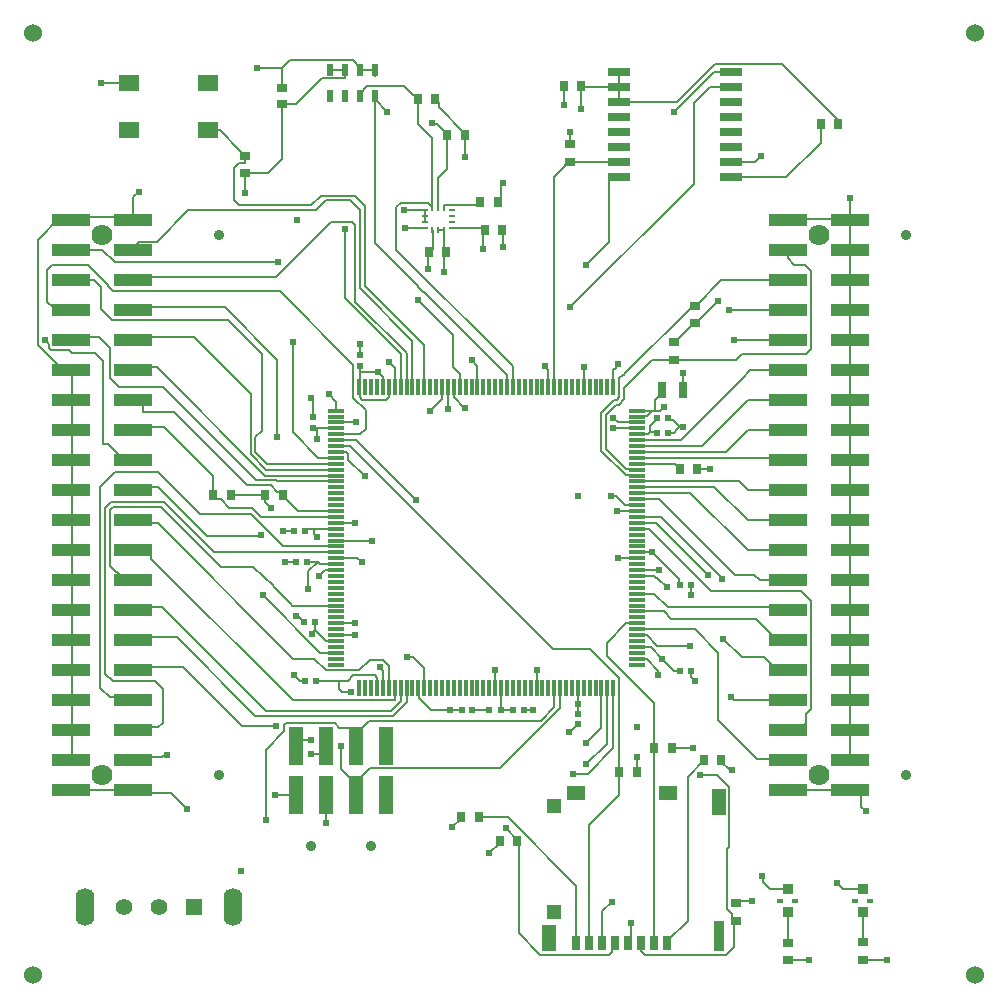
<source format=gtl>
G04*
G04 #@! TF.GenerationSoftware,Altium Limited,Altium Designer,23.11.1 (41)*
G04*
G04 Layer_Physical_Order=1*
G04 Layer_Color=255*
%FSLAX25Y25*%
%MOIN*%
G70*
G04*
G04 #@! TF.SameCoordinates,3206F265-2646-4181-9204-0E6D39A93BEF*
G04*
G04*
G04 #@! TF.FilePolarity,Positive*
G04*
G01*
G75*
%ADD18C,0.00600*%
%ADD19R,0.12500X0.04488*%
%ADD20R,0.02756X0.03543*%
%ADD21R,0.03543X0.02756*%
G04:AMPARAMS|DCode=22|XSize=21.65mil|YSize=19.68mil|CornerRadius=2.46mil|HoleSize=0mil|Usage=FLASHONLY|Rotation=90.000|XOffset=0mil|YOffset=0mil|HoleType=Round|Shape=RoundedRectangle|*
%AMROUNDEDRECTD22*
21,1,0.02165,0.01476,0,0,90.0*
21,1,0.01673,0.01968,0,0,90.0*
1,1,0.00492,0.00738,0.00837*
1,1,0.00492,0.00738,-0.00837*
1,1,0.00492,-0.00738,-0.00837*
1,1,0.00492,-0.00738,0.00837*
%
%ADD22ROUNDEDRECTD22*%
G04:AMPARAMS|DCode=23|XSize=21.65mil|YSize=19.68mil|CornerRadius=2.46mil|HoleSize=0mil|Usage=FLASHONLY|Rotation=0.000|XOffset=0mil|YOffset=0mil|HoleType=Round|Shape=RoundedRectangle|*
%AMROUNDEDRECTD23*
21,1,0.02165,0.01476,0,0,0.0*
21,1,0.01673,0.01968,0,0,0.0*
1,1,0.00492,0.00837,-0.00738*
1,1,0.00492,-0.00837,-0.00738*
1,1,0.00492,-0.00837,0.00738*
1,1,0.00492,0.00837,0.00738*
%
%ADD23ROUNDEDRECTD23*%
%ADD24R,0.01181X0.05709*%
%ADD25R,0.05709X0.01181*%
G04:AMPARAMS|DCode=26|XSize=51.18mil|YSize=29.92mil|CornerRadius=3.74mil|HoleSize=0mil|Usage=FLASHONLY|Rotation=90.000|XOffset=0mil|YOffset=0mil|HoleType=Round|Shape=RoundedRectangle|*
%AMROUNDEDRECTD26*
21,1,0.05118,0.02244,0,0,90.0*
21,1,0.04370,0.02992,0,0,90.0*
1,1,0.00748,0.01122,0.02185*
1,1,0.00748,0.01122,-0.02185*
1,1,0.00748,-0.01122,-0.02185*
1,1,0.00748,-0.01122,0.02185*
%
%ADD26ROUNDEDRECTD26*%
%ADD27R,0.05000X0.12520*%
%ADD28R,0.03150X0.03543*%
%ADD29R,0.03150X0.04882*%
%ADD30R,0.03740X0.09843*%
%ADD31R,0.04528X0.08661*%
%ADD32R,0.04567X0.04921*%
%ADD33R,0.04567X0.04724*%
%ADD34R,0.05906X0.04528*%
%ADD35R,0.00984X0.01870*%
%ADD36R,0.01870X0.00984*%
%ADD37R,0.03543X0.02559*%
%ADD38R,0.03740X0.03543*%
%ADD39R,0.02205X0.01575*%
%ADD40R,0.07598X0.02756*%
%ADD41R,0.02362X0.04331*%
%ADD42R,0.06693X0.05512*%
%ADD43R,0.03543X0.03150*%
%ADD76C,0.07008*%
%ADD77C,0.03504*%
%ADD78O,0.06299X0.12598*%
%ADD79C,0.05543*%
%ADD80R,0.05543X0.05543*%
%ADD81C,0.06000*%
%ADD82C,0.02400*%
D18*
X100352Y149484D02*
G03*
X100253Y149583I-1820J-1714D01*
G01*
X103700Y101404D02*
G03*
X103698Y101402I430J-418D01*
G01*
X216004Y219507D02*
G03*
X217157Y220178I-690J2512D01*
G01*
X95762Y166200D02*
X96062Y166500D01*
X78100Y166200D02*
X95762D01*
X103388Y162847D02*
X121002D01*
X75600Y173500D02*
X92736D01*
X103388Y162847D01*
X271678Y81800D02*
X292171D01*
X277628Y103944D02*
Y107128D01*
X279228Y108728D01*
Y144783D01*
Y228828D02*
Y254783D01*
X277532Y227132D02*
X279228Y228828D01*
X256478Y227132D02*
X277532D01*
X32725Y81800D02*
X53218D01*
X152534Y108315D02*
X158877D01*
X152534D02*
X158877D01*
X254007Y44760D02*
X259500D01*
X254007D02*
X259500D01*
X45667Y175081D02*
X46630Y176044D01*
X45667Y156454D02*
Y175081D01*
Y156454D02*
X47677Y154444D01*
X42467Y115632D02*
X45600Y112500D01*
X42467Y115632D02*
Y182699D01*
X44067Y175744D02*
X46023Y177700D01*
X44067Y120432D02*
X46500Y118000D01*
X42467Y182699D02*
X47269Y187500D01*
X44067Y120432D02*
Y175744D01*
X62800Y176100D02*
X82800Y156100D01*
X48444Y176044D02*
X48500Y176100D01*
X62800D01*
X46630Y176044D02*
X48444D01*
X24000Y231424D02*
Y231500D01*
X25175Y229017D02*
Y230248D01*
X25937Y228256D02*
X31841D01*
X32927Y227170D01*
X25175Y229017D02*
X25937Y228256D01*
X24000Y231424D02*
X25175Y230248D01*
X48585Y216100D02*
X63256D01*
X46429Y218256D02*
X48585Y216100D01*
X46429Y218256D02*
X46429D01*
X45600Y219085D02*
X46429Y218256D01*
X42131Y232500D02*
X45600Y229031D01*
Y219085D02*
Y229031D01*
X34752Y232500D02*
X42131D01*
X42800Y241885D02*
X46485Y238200D01*
X42800Y241885D02*
Y249200D01*
X85000Y238200D02*
X96300Y226900D01*
X46485Y238200D02*
X85000D01*
X45100Y249585D02*
Y250000D01*
X38400Y256700D02*
X45100Y250000D01*
Y249585D02*
X46760Y247925D01*
X26250Y256700D02*
X38400D01*
X46760Y247925D02*
X102275D01*
X40200Y251800D02*
X42800Y249200D01*
X35452Y251800D02*
X40200D01*
X32725Y261800D02*
X42885D01*
X47185Y257500D01*
X101726D01*
X32927Y172500D02*
Y182500D01*
Y162500D02*
Y172500D01*
Y152500D02*
Y162500D01*
Y142500D02*
Y152500D01*
Y132500D02*
Y142500D01*
Y122500D02*
Y132500D01*
Y112500D02*
Y122500D01*
Y102500D02*
Y112500D01*
Y92500D02*
Y102500D01*
Y182500D02*
Y192500D01*
Y202500D01*
Y212500D01*
Y222500D01*
X28921D02*
X32927D01*
X21500Y229921D02*
X28921Y222500D01*
X53419Y262500D02*
X55363Y264444D01*
X61194D01*
X71750Y275000D01*
X53419Y279175D02*
X55244Y281000D01*
X53419Y272500D02*
Y279175D01*
X32927Y242500D02*
X34752D01*
X26499D02*
X32927D01*
X24650Y255100D02*
X26250Y256700D01*
X24650Y244349D02*
Y255100D01*
X32927Y272500D02*
X53419D01*
X28921D02*
X32927D01*
X21500Y265079D02*
X28921Y272500D01*
X21500Y229921D02*
Y265079D01*
X32927Y227170D02*
X40619D01*
X53419Y222500D02*
X61293D01*
X53419Y212500D02*
X54793D01*
X56737Y210556D01*
Y207763D02*
Y210556D01*
X43200Y196900D02*
X45013D01*
X49413Y192500D02*
X53419D01*
X45013Y196900D02*
X49413Y192500D01*
X47269Y187500D02*
X61600D01*
X55363Y170556D02*
X61544D01*
X106654Y125446D01*
X53419Y172500D02*
X55363Y170556D01*
X106654Y125446D02*
X113750D01*
X53419Y162500D02*
X57425D01*
X59369Y160556D01*
Y158731D02*
Y160556D01*
Y158731D02*
X106600Y111500D01*
X46023Y177700D02*
X63500D01*
X53419Y92500D02*
X63125D01*
X53419Y102500D02*
X61600D01*
X45600Y112500D02*
X53419D01*
X60600Y118000D02*
X63200Y115400D01*
X46500Y118000D02*
X60600D01*
X261346Y92000D02*
X271678D01*
X248373Y104973D02*
X261346Y92000D01*
X276055Y147956D02*
X279228Y144783D01*
X275684Y102000D02*
X277628Y103944D01*
X271678Y102000D02*
X275684D01*
X271178Y111500D02*
X271678Y112000D01*
X263805Y125867D02*
X267672Y122000D01*
X271678D01*
X256228Y125867D02*
X263805D01*
X260873Y138800D02*
X267672Y132000D01*
X232600Y138800D02*
X260873D01*
X267672Y132000D02*
X271678D01*
X271078Y142600D02*
X271678Y142000D01*
X231599Y142600D02*
X271078D01*
X262178Y151500D02*
X271178D01*
X271678Y152000D01*
X271178Y161500D02*
X271678Y162000D01*
X258172Y161500D02*
X271178D01*
X258172Y171500D02*
X271178D01*
X271678Y172000D01*
X271178Y181500D02*
X271678Y182000D01*
X258172Y181500D02*
X271178D01*
X271304Y192375D02*
X271678Y192000D01*
X221198Y192375D02*
X271304D01*
X258172Y201500D02*
X271178D01*
X271678Y202000D01*
X258172Y211500D02*
X271178D01*
X271678Y212000D01*
X259144Y221500D02*
X271178D01*
X256228Y218584D02*
X259144Y221500D01*
X256228Y218584D02*
Y218584D01*
X235924Y198280D02*
X256228Y218584D01*
X271178Y221500D02*
X271678Y222000D01*
X277187Y256824D02*
X279228Y254783D01*
X273720Y256824D02*
X277187D01*
X254393Y225047D02*
X256478Y227132D01*
X271678Y258866D02*
X273720Y256824D01*
X271678Y258866D02*
Y262000D01*
X271178Y231500D02*
X271678Y232000D01*
X271178Y241500D02*
X271678Y242000D01*
X249266Y251500D02*
X271178D01*
X271678Y252000D01*
X292171Y262000D02*
Y272000D01*
Y252000D02*
Y262000D01*
Y242000D02*
Y252000D01*
Y232000D02*
Y242000D01*
Y222000D02*
Y232000D01*
Y212000D02*
Y222000D01*
Y202000D02*
Y212000D01*
Y192000D02*
Y202000D01*
Y182000D02*
Y192000D01*
Y172000D02*
Y182000D01*
Y162000D02*
Y172000D01*
Y152000D02*
Y162000D01*
Y142000D02*
Y152000D01*
Y132000D02*
Y142000D01*
Y122000D02*
Y132000D01*
Y112000D02*
Y122000D01*
Y102000D02*
Y112000D01*
Y92000D02*
Y102000D01*
X294071Y82000D02*
X296015Y80056D01*
Y75985D02*
Y80056D01*
Y75985D02*
X297500Y74500D01*
X292244Y272074D02*
Y279000D01*
X292171Y272000D02*
X292244Y272074D01*
X271678Y272000D02*
X292171D01*
X233500Y225047D02*
X254393D01*
X226410D02*
X233500D01*
X221198Y196312D02*
X242984D01*
X258172Y211500D01*
X221198Y198280D02*
X235924D01*
X225300Y168753D02*
X246097Y147956D01*
X276055D01*
X266184Y101500D02*
X268128Y103444D01*
X252500Y112500D02*
X253500Y111500D01*
X271178D01*
X227579Y170721D02*
X245115Y153185D01*
X228768Y178595D02*
X253919Y153444D01*
X260234D01*
X221276Y178595D02*
X228768D01*
X250145Y131951D02*
X256228Y125867D01*
X229210Y172690D02*
X249637Y152263D01*
Y151983D02*
Y152263D01*
X260234Y153444D02*
X262178Y151500D01*
X240518Y135288D02*
X248373Y127433D01*
Y104973D02*
Y127433D01*
X239109Y180564D02*
X258172Y161500D01*
X247140Y182532D02*
X258172Y171500D01*
X255172Y184501D02*
X258172Y181500D01*
X221198Y184501D02*
X255172D01*
X221198Y194343D02*
X251016D01*
X258172Y201500D01*
X233659Y200770D02*
X234738Y201849D01*
X235408Y202519D01*
X231604Y200770D02*
X233659D01*
X235408Y202519D02*
Y203016D01*
X238206Y86041D02*
X243664Y91500D01*
X67900Y132500D02*
X93970Y106430D01*
X94000Y106400D01*
X227142Y30546D02*
Y95500D01*
X103700Y101404D02*
Y101648D01*
Y103294D01*
X107500Y98400D02*
X112500D01*
X103976Y157585D02*
X107631D01*
X182000Y33928D02*
Y64500D01*
X48700Y152500D02*
Y153713D01*
Y152500D02*
X55244D01*
X106574Y143162D02*
X121002D01*
X106326D02*
X106574D01*
X157045Y276800D02*
X168110D01*
X153108Y275577D02*
Y298837D01*
X215313Y212506D02*
Y219062D01*
X157045Y276800D02*
X168110D01*
X93388Y156100D02*
X100253Y149583D01*
X48700Y152500D02*
Y153713D01*
X182000Y33928D02*
Y64500D01*
X177500Y68847D02*
Y69500D01*
X157045Y260409D02*
Y261400D01*
X107500Y98400D02*
X112500D01*
X227142Y30546D02*
Y95500D01*
X221198Y178673D02*
X221276Y178595D01*
X238206Y86041D02*
X243664Y91500D01*
X253800Y231500D02*
X271178D01*
X252000Y241500D02*
X271178D01*
X63256Y216100D02*
X94487Y184869D01*
X61293Y222500D02*
X97324Y186469D01*
X126338Y271062D02*
X127400Y270000D01*
X55244Y252500D02*
X100838D01*
X119400Y271062D01*
X126338D01*
X124000Y245590D02*
Y268562D01*
Y245590D02*
X142557Y227034D01*
X127400Y244453D02*
Y270000D01*
X103427Y168065D02*
X107084D01*
X85484Y175662D02*
X93089D01*
X96062Y172690D01*
X121002D01*
X61800Y182500D02*
X78100Y166200D01*
X55244Y182500D02*
X61800D01*
X96500Y146538D02*
X115623Y127414D01*
X121002D01*
X113040Y133757D02*
Y134090D01*
X113994Y135044D01*
X89558Y103000D02*
X101000D01*
X97500Y95032D02*
X103698Y101402D01*
X97500Y71746D02*
Y95032D01*
X70058Y122500D02*
X89558Y103000D01*
X103700Y103294D02*
X104462Y104056D01*
X120538D01*
X40619Y227170D02*
X43200Y224589D01*
X102275Y247925D02*
X126727Y223473D01*
X24650Y244349D02*
X26499Y242500D01*
X47677Y154444D02*
X47969D01*
X48700Y153713D01*
X43200Y196900D02*
Y224589D01*
X64013Y93388D02*
X64500D01*
X63125Y92500D02*
X64013Y93388D01*
X53419Y122500D02*
X70058D01*
X94000Y106400D02*
X140019D01*
X144525Y110906D01*
X139357Y108000D02*
X142557Y111200D01*
X97500Y108000D02*
X139357D01*
X63000Y142500D02*
X97500Y108000D01*
X55244Y142500D02*
X63000D01*
X55244Y132500D02*
X67900D01*
X94487Y184869D02*
X100888D01*
X101257Y184501D01*
X121002D01*
X84000Y242500D02*
X101462Y225038D01*
Y199200D02*
Y225038D01*
X120538Y104056D02*
X122138Y102456D01*
X125300D01*
X127500Y100256D01*
Y96496D02*
Y100256D01*
X100508Y80000D02*
X107500D01*
X146704Y126091D02*
X150431Y122364D01*
X144674Y126091D02*
X146704D01*
X150431Y115702D02*
Y122364D01*
X105974Y143514D02*
X106326Y143162D01*
X82800Y156100D02*
X93388D01*
X100352Y149484D02*
X105974Y143514D01*
X112500Y93800D02*
X115300D01*
X111794Y148738D02*
Y154508D01*
X117500Y96000D02*
Y96496D01*
X115300Y93800D02*
X117500Y96000D01*
X106500Y200975D02*
Y231000D01*
Y200975D02*
X115100Y192375D01*
X97483Y177579D02*
Y180106D01*
Y177579D02*
X99399Y175662D01*
X239272Y146500D02*
Y150000D01*
X159500Y69284D02*
X159772D01*
X162594Y72106D01*
Y72500D01*
X168500D02*
X178441D01*
X201157Y49783D01*
Y30546D02*
Y49783D01*
X252194Y88365D02*
X252949D01*
X249453Y91106D02*
Y91500D01*
Y91106D02*
X252194Y88365D01*
X242200Y86500D02*
X248144D01*
X252143Y82501D01*
X253500Y37130D02*
X254437Y38067D01*
X231472Y31412D02*
X238206Y38145D01*
Y86041D01*
X231472Y30546D02*
Y31412D01*
X181453Y64500D02*
Y64894D01*
X177500Y68847D02*
X181453Y64894D01*
X172000Y60559D02*
X175547Y64106D01*
X172000Y60500D02*
Y60559D01*
X175547Y64106D02*
Y64500D01*
X212875Y29271D02*
X214150Y30546D01*
X182000Y33928D02*
X189123Y26805D01*
X212875Y27747D02*
Y29271D01*
X211932Y26805D02*
X212875Y27747D01*
X189123Y26805D02*
X211932D01*
X221200Y87746D02*
Y92728D01*
X215294Y104060D02*
X215400Y104166D01*
X215294Y87746D02*
Y104060D01*
X215400Y104166D02*
Y119008D01*
X211454Y126446D02*
X227142Y110758D01*
X211454Y126446D02*
Y130828D01*
X217806Y137179D01*
X215294Y87746D02*
X215400Y87641D01*
Y80010D02*
Y87641D01*
X252143Y62667D02*
Y82501D01*
X251366Y61890D02*
X252143Y62667D01*
X251366Y42056D02*
Y61890D01*
Y42056D02*
X252966Y40456D01*
Y39145D02*
Y40456D01*
Y39145D02*
X254044Y38067D01*
X254437D01*
Y43972D02*
Y44330D01*
X254007Y44760D02*
X254437Y44330D01*
X253500Y29317D02*
Y37130D01*
X250983Y26800D02*
X253500Y29317D01*
X224000Y26800D02*
X250983D01*
X170123Y267752D02*
X170763Y268392D01*
X170123Y262086D02*
Y267752D01*
X102379Y181115D02*
X103388Y180106D01*
X99399Y183178D02*
X101462Y181115D01*
X102379D01*
X103388Y179713D02*
Y180106D01*
X229795Y125437D02*
X233740Y121492D01*
X225849Y129383D02*
X229795Y125437D01*
X176099Y108434D02*
X176159Y108374D01*
X176188Y108345D02*
X179935D01*
X176159Y108374D02*
X176188Y108345D01*
X179935D02*
X179964Y108315D01*
X127500Y100256D02*
X132044Y104800D01*
X176099Y108434D02*
Y115624D01*
X189344Y104800D02*
X193738Y109193D01*
X176021Y115702D02*
X176099Y115624D01*
X132044Y104800D02*
X189344D01*
X239359Y119311D02*
X240518Y118153D01*
X239359Y119311D02*
Y121492D01*
X233740D02*
X235816D01*
X221198Y129383D02*
X225849D01*
X224591Y133242D02*
X228082Y129751D01*
X238834D01*
X221198Y135288D02*
X240518D01*
X212769Y179500D02*
X214309D01*
X217182Y176627D02*
X221198D01*
X214309Y179500D02*
X217182Y176627D01*
X214634Y174829D02*
X214805Y174658D01*
X214463Y175000D02*
X214634Y174829D01*
X214805Y174658D02*
X221198D01*
X235231Y150498D02*
X235728Y150000D01*
X235231Y150498D02*
Y151983D01*
X226335Y160879D02*
X235231Y151983D01*
X221198Y160879D02*
X226335D01*
X215071Y158910D02*
X221198D01*
X171823Y108404D02*
X171853Y108434D01*
X166419Y108374D02*
X166449Y108404D01*
X171823D01*
X201681Y110257D02*
Y115632D01*
Y107126D02*
Y110257D01*
X198754Y101000D02*
X199139D01*
X201652Y103513D02*
X201750D01*
X199139Y101000D02*
X201652Y103513D01*
X201681Y107126D02*
X201750Y107056D01*
X201612Y115702D02*
X201681Y115632D01*
X183508Y108315D02*
X186669D01*
X186746Y108392D01*
X228467Y120018D02*
Y121492D01*
X224591Y125368D02*
X228467Y121492D01*
X221276Y125368D02*
X224591D01*
X221198Y125446D02*
X221276Y125368D01*
X227142Y95547D02*
Y110758D01*
X221121Y137179D02*
X221198Y137257D01*
X217806Y137179D02*
X221121D01*
X221198Y135288D02*
X221276Y135210D01*
X221198Y133320D02*
X221276Y133242D01*
X224591D01*
X187889Y115758D02*
Y121443D01*
X187945Y121500D01*
X187832Y115702D02*
X187889Y115758D01*
X174053Y115702D02*
Y121500D01*
X158877Y108374D02*
X162876D01*
X148462Y115702D02*
X148540Y115624D01*
Y112309D02*
Y115624D01*
Y112309D02*
X152534Y108315D01*
X123083Y114417D02*
X125925D01*
X122138Y115362D02*
X123083Y114417D01*
X122138Y118000D02*
X124856D01*
X114194D02*
X122138D01*
Y115362D02*
Y118000D01*
X107063Y119937D02*
X109000Y118000D01*
X110650D01*
X134605Y115779D02*
Y119094D01*
X124856Y118000D02*
X126712Y119856D01*
X134605Y115779D02*
X134683Y115702D01*
X133843Y119856D02*
X134605Y119094D01*
X126712Y119856D02*
X133843D01*
X117609Y121587D02*
X128758D01*
X132172Y125000D01*
X106600Y111500D02*
X140588D01*
Y115702D01*
X108442Y139742D02*
X110451Y137733D01*
X107631Y139742D02*
X108442D01*
X110451Y137635D02*
Y137733D01*
X113994Y135044D02*
X117609Y131429D01*
X120924D02*
X121002Y131351D01*
X117609Y131429D02*
X120924D01*
X113994Y135044D02*
Y137635D01*
X121053Y137308D02*
X127248D01*
X121002Y137257D02*
X121053Y137308D01*
X127248D02*
X127300Y137360D01*
X121002Y133320D02*
X127187D01*
X113750Y125446D02*
X117609Y121587D01*
X132172Y125000D02*
X136536D01*
X138620Y122916D01*
Y115702D02*
Y122916D01*
X135500Y122500D02*
X136651Y121349D01*
Y115702D02*
Y121349D01*
X111794Y154508D02*
X114870Y157585D01*
X115513Y156942D01*
X121002D01*
X111174Y157585D02*
X114870D01*
X63500Y177700D02*
X80321Y160879D01*
X121002D01*
X115470Y153005D02*
X117438Y154973D01*
X121002D01*
X113659Y168753D02*
X121002D01*
X111311D02*
X113659D01*
Y166896D02*
X114500Y166055D01*
X113659Y166896D02*
Y168753D01*
X203540Y222513D02*
X203580Y222472D01*
X203500Y222553D02*
X203540Y222513D01*
X110627Y168069D02*
X111311Y168753D01*
X110627Y168065D02*
Y168069D01*
X121002Y170721D02*
X127300D01*
X213711Y211744D02*
X214552D01*
X209323Y207356D02*
X213711Y211744D01*
X209323Y194736D02*
Y207356D01*
Y194736D02*
X217511Y186547D01*
X221120D01*
X221198Y186469D01*
X214552Y211744D02*
X215313Y212506D01*
X214373Y210144D02*
X215215D01*
X216913Y211843D01*
X210923Y206694D02*
X214373Y210144D01*
X210923Y195399D02*
Y206694D01*
Y195399D02*
X217806Y188516D01*
X221120D01*
X221198Y188438D01*
X248329Y244657D02*
Y244744D01*
X240894Y237222D02*
X248329Y244657D01*
X240500Y237222D02*
X240894D01*
X239028Y236087D02*
Y236144D01*
X240106Y237222D01*
X233500Y230953D02*
X233894D01*
X239028Y236087D01*
X240106Y237222D02*
X240500D01*
X217157Y220178D02*
X240106Y243127D01*
X215665Y219413D02*
X216004Y219507D01*
X215313Y219062D02*
X215665Y219413D01*
X240106Y243127D02*
X240500D01*
X240894D01*
X213423Y215898D02*
Y222046D01*
X215000Y223200D02*
Y223623D01*
X213423Y222046D02*
X213846D01*
X215000Y223200D01*
X216913Y211843D02*
Y215550D01*
X226410Y225047D01*
X240894Y243127D02*
X249266Y251500D01*
X86028Y180106D02*
X97483D01*
X80122D02*
Y186178D01*
Y179713D02*
Y180106D01*
Y179713D02*
X81200Y178635D01*
X82511D01*
X85484Y175662D01*
X61600Y187500D02*
X75600Y173500D01*
X94100Y194400D02*
X98094Y190406D01*
X92500Y193556D02*
X97618Y188438D01*
X97324Y186469D02*
X121002D01*
X97618Y188438D02*
X121002D01*
X98094Y190406D02*
X121002D01*
X66839Y207763D02*
X91424Y183178D01*
X99399D01*
X56737Y207763D02*
X66839D01*
X108443Y174658D02*
X121002D01*
X103388Y179713D02*
X108443Y174658D01*
X55244Y202500D02*
X63800D01*
X80122Y186178D01*
X114700Y198540D02*
Y202295D01*
X120924D01*
X113334D02*
X114700D01*
X112500Y212254D02*
X113215Y211539D01*
Y205957D02*
Y211539D01*
X120924Y202295D02*
X121002Y202217D01*
X113215Y202414D02*
X113334Y202295D01*
X127692Y204213D02*
X127720Y204241D01*
X121002Y204186D02*
X121029Y204213D01*
X127692D01*
X130844Y202080D02*
Y208254D01*
X121080Y200327D02*
X129091D01*
X121002Y200249D02*
X121080Y200327D01*
X129091D02*
X130844Y202080D01*
X126727Y212371D02*
X130844Y208254D01*
X126727Y212371D02*
Y223473D01*
X236627Y202519D02*
X236766Y202658D01*
X235408Y202519D02*
X236627D01*
X233488Y204936D02*
X235408Y203016D01*
X232180Y204936D02*
X233488D01*
X231604Y205511D02*
X232180Y204936D01*
X225552Y202904D02*
X228061Y205413D01*
Y205511D01*
X225552Y200892D02*
Y202904D01*
Y200892D02*
X227939D01*
X228061Y200770D01*
X224953Y200292D02*
X225552Y200892D01*
X221198Y200249D02*
X221242Y200292D01*
X224953D01*
X213423Y205658D02*
X213448D01*
X214920Y204186D01*
X221198D01*
X213423Y202217D02*
X221198D01*
X236766Y215062D02*
Y220677D01*
X221198Y206154D02*
X221489Y206445D01*
X227407Y208123D02*
Y211687D01*
Y208123D02*
X228975D01*
X230200Y209347D01*
X226354Y208123D02*
X227407D01*
Y211687D02*
X229719Y213999D01*
X221489Y206445D02*
X224676D01*
X226354Y208123D01*
X221198D02*
X226354D01*
X229719Y213999D02*
Y215062D01*
X125688Y196312D02*
X193300Y128700D01*
X121002Y196312D02*
X125688D01*
X127720Y198280D02*
X147800Y178200D01*
X193300Y128700D02*
X205708D01*
X121080Y194265D02*
X124394D01*
X121002Y194343D02*
X121080Y194265D01*
X125156Y191813D02*
Y193504D01*
X124394Y194265D02*
X125156Y193504D01*
X121002Y198280D02*
X127720D01*
X129000Y226657D02*
X129109Y226548D01*
X129000Y226657D02*
Y230200D01*
X174953Y277737D02*
X176031Y278815D01*
X128855Y221000D02*
Y222750D01*
Y215976D02*
Y221000D01*
X136573Y215976D02*
Y219291D01*
X128855Y221000D02*
X134864D01*
X136573Y215976D02*
X136651Y215898D01*
X134864Y221000D02*
X136573Y219291D01*
X128855Y222750D02*
X129109Y223005D01*
X128777Y215898D02*
X128855Y215976D01*
X137780Y211744D02*
X138542Y212506D01*
X128855D02*
X129617Y211744D01*
X138542Y212506D02*
Y215821D01*
X128855Y212506D02*
Y215821D01*
X138542D02*
X138620Y215898D01*
X128777D02*
X128855Y215821D01*
X129617Y211744D02*
X137780D01*
X138542Y215976D02*
X138620Y215898D01*
X203580D02*
Y222472D01*
X190500Y222839D02*
X191769Y221570D01*
Y215898D02*
Y221570D01*
X166270Y225000D02*
X168147Y223123D01*
Y215898D02*
Y223123D01*
X138620Y224251D02*
X140588Y222282D01*
Y215898D02*
Y222282D01*
X118500Y213500D02*
X121002Y210998D01*
Y208123D02*
Y210998D01*
X128090Y158910D02*
X129500Y157500D01*
X121002Y158910D02*
X128090D01*
X143578Y274937D02*
X150500D01*
X241453Y188500D02*
X245683D01*
X234035Y190406D02*
X235547Y188894D01*
Y188500D02*
Y188894D01*
X221198Y190406D02*
X234035D01*
X198853Y296953D02*
Y301000D01*
X198900Y291000D02*
X215457D01*
X198853Y291047D02*
X198900Y291000D01*
X197382Y289576D02*
Y289969D01*
X193738Y215898D02*
Y285932D01*
X198460Y291047D02*
X198853D01*
X197382Y289969D02*
X198460Y291047D01*
X193738Y285932D02*
X197382Y289576D01*
X233000Y95500D02*
X240000D01*
X227094D02*
X227142Y95547D01*
X222811Y27989D02*
X224000Y26800D01*
X117500Y70500D02*
Y80000D01*
X66110Y80556D02*
X71466Y75200D01*
X55244Y82500D02*
X57188Y80556D01*
X66110D01*
X122500Y88760D02*
Y96433D01*
Y88760D02*
X127500Y83760D01*
Y80000D02*
Y83760D01*
X129700Y86262D02*
X132374Y88936D01*
X175743D01*
X195706Y108899D01*
Y115702D01*
X193738Y109193D02*
Y115702D01*
X129700Y82200D02*
Y86262D01*
X127500Y80000D02*
X129700Y82200D01*
X200000Y87000D02*
X204831D01*
X213423Y95592D01*
Y115702D01*
X204495Y90200D02*
X211454Y97159D01*
Y115702D01*
X142557Y215898D02*
Y227034D01*
X141078Y261712D02*
X179951Y222839D01*
Y218453D02*
Y222839D01*
X141078Y261712D02*
Y275973D01*
X151521Y260397D02*
X152029Y260905D01*
X151521Y255292D02*
Y260397D01*
X141078Y275973D02*
X142543Y277437D01*
X151691D01*
X153108Y276020D01*
Y275577D02*
Y276020D01*
X142557Y111200D02*
Y115702D01*
X144525Y110906D02*
Y115702D01*
X199000Y242500D02*
X240200Y283700D01*
Y310500D01*
X221198Y182532D02*
X247140D01*
X221198Y180564D02*
X239109D01*
X221198Y178595D02*
Y178673D01*
X205708Y128700D02*
X215400Y119008D01*
X204460Y97200D02*
X209486Y102226D01*
Y115702D01*
X205488Y70098D02*
X215400Y80010D01*
X157045Y261400D02*
Y268392D01*
X155077D02*
X157045D01*
X150500Y272969D02*
Y274937D01*
X278500Y25000D02*
X278646Y25146D01*
X133921Y264079D02*
Y311854D01*
X196988Y316175D02*
Y316735D01*
Y309962D02*
Y316175D01*
X152029Y260905D02*
X153284Y262160D01*
X218480Y30546D02*
X219418Y31483D01*
Y37300D01*
X260500Y291000D02*
X262500Y293000D01*
X252543Y291000D02*
X260500D01*
X209819Y41276D02*
X212903Y44361D01*
X209819Y30546D02*
Y41276D01*
X103000Y292088D02*
Y310244D01*
X107544D02*
X116179Y318879D01*
X124079D01*
X103000Y310244D02*
X107544D01*
X202500Y316175D02*
X202675Y316000D01*
X215457D01*
X196938Y316785D02*
X196988Y316735D01*
X202500Y308637D02*
Y316175D01*
X157045Y260409D02*
X157541Y260905D01*
X157045Y254329D02*
Y260409D01*
Y261400D02*
X157541Y260905D01*
X163953Y300000D02*
Y300394D01*
X154088Y311854D02*
X155166Y310776D01*
Y309181D02*
Y310776D01*
Y309181D02*
X163953Y300394D01*
X146710Y313326D02*
X147104D01*
X148182Y311854D02*
Y312248D01*
X147104Y313326D02*
X148182Y312248D01*
X143733Y316304D02*
X146710Y313326D01*
X131481Y316304D02*
X143733D01*
X148182Y303763D02*
X153108Y298837D01*
X148182Y303763D02*
Y311854D01*
X163953Y292647D02*
Y300000D01*
X153344Y303656D02*
X154785D01*
X158047Y300000D02*
Y300394D01*
X154785Y303656D02*
X158047Y300394D01*
X153000Y304000D02*
X153344Y303656D01*
X158047Y288767D02*
Y300000D01*
X155077Y275577D02*
Y285797D01*
Y274966D02*
Y275577D01*
Y285797D02*
X158047Y288767D01*
X157045Y275577D02*
Y276800D01*
X176508Y283954D02*
X176600Y284045D01*
Y283558D02*
Y284045D01*
X176031Y282989D02*
X176600Y283558D01*
X176031Y278815D02*
Y282989D01*
X168110Y276800D02*
X169047Y277737D01*
X159653Y269032D02*
X170123D01*
X170763Y268392D01*
X176275D02*
X176756Y267911D01*
Y262500D02*
Y267911D01*
X153284Y262160D02*
Y268216D01*
X138000Y307600D02*
Y307776D01*
X133921Y311854D02*
X138000Y307776D01*
X133921Y311854D02*
Y312839D01*
X129000Y313823D02*
X131481Y316304D01*
X133921Y319600D02*
Y321500D01*
X159018Y268839D02*
X159210Y269032D01*
X271500Y25000D02*
X278500D01*
X304731Y25146D02*
X305085Y25500D01*
X296500Y25146D02*
X304731D01*
X296500Y30854D02*
Y41020D01*
X271500Y30709D02*
Y41020D01*
X263000Y53000D02*
X263344Y52656D01*
Y50927D02*
Y52656D01*
Y50927D02*
X265772Y48500D01*
X204300Y256700D02*
X211957Y264357D01*
Y284922D01*
X290000Y48500D02*
X296500D01*
X288000Y50500D02*
X290000Y48500D01*
X265772D02*
X271500D01*
X153108Y268392D02*
X153284Y268216D01*
X159210Y269032D02*
X159653D01*
X150135Y247769D02*
X150231D01*
X148437Y249468D02*
X150135Y247769D01*
X148437Y249468D02*
Y249563D01*
X133921Y264079D02*
X148437Y249563D01*
X150231Y247769D02*
X177990Y220010D01*
X94500Y322400D02*
X103000D01*
X105565Y324965D01*
X126519D01*
X129000Y322484D01*
Y321500D02*
Y322484D01*
X125156Y191813D02*
X130500Y186469D01*
X42825Y317400D02*
X51900D01*
X96300Y201400D02*
Y226900D01*
X94100Y199200D02*
X96300Y201400D01*
X221198Y153005D02*
X227138D01*
X227669Y152473D01*
X221198Y154973D02*
X228705D01*
X228032Y152473D02*
X231205Y149300D01*
X227669Y152473D02*
X228032D01*
X160351Y212506D02*
X163720Y209137D01*
X163858D01*
X158305Y208554D02*
Y215898D01*
X152399Y208116D02*
X156336Y212053D01*
Y215898D01*
X160273D02*
X160351Y215820D01*
Y212506D02*
Y215820D01*
X233500Y307500D02*
X233600D01*
X247100Y321000D01*
X240200Y310500D02*
X245700Y316000D01*
X252543D01*
X148447Y245002D02*
X160036Y233413D01*
Y222511D02*
Y233413D01*
Y222511D02*
X162242Y220306D01*
X177990Y215898D02*
Y220010D01*
X162242Y215898D02*
Y220306D01*
X211957Y284922D02*
X213035Y286000D01*
X215457D01*
X179951Y218453D02*
X179958Y215898D01*
X121002Y164816D02*
X133100D01*
X144016Y269016D02*
X144032Y269032D01*
X144000Y269000D02*
X144016Y269016D01*
X144032Y269032D02*
X150500D01*
X129000Y248955D02*
X146494Y231461D01*
X130666Y249735D02*
X150431Y229970D01*
X125800Y278200D02*
X129000Y275000D01*
X127400Y244453D02*
X144525Y227328D01*
X129000Y248955D02*
Y275000D01*
X130666Y249735D02*
Y276334D01*
X150431Y215898D02*
Y229970D01*
X146494Y215898D02*
Y231461D01*
X92500Y193556D02*
Y213800D01*
X94100Y194400D02*
Y199200D01*
X78278Y301652D02*
X82174D01*
X89354Y294472D01*
Y294275D02*
Y294472D01*
Y294275D02*
X90629Y293000D01*
X90826D01*
X63200Y104100D02*
Y115400D01*
X61600Y102500D02*
X63200Y104100D01*
X205488Y30546D02*
Y70098D01*
X222811Y27989D02*
Y30546D01*
X247100Y321000D02*
X252543D01*
X103000Y315756D02*
Y322400D01*
X215457Y311000D02*
X234700D01*
X247400Y323700D01*
X269725D01*
X288453Y304972D01*
Y303500D02*
Y304972D01*
X107500Y96496D02*
Y98400D01*
X221198Y141194D02*
X230206D01*
X232600Y138800D01*
X90800Y280500D02*
X90826Y280526D01*
Y287488D01*
X115100Y192375D02*
X121002D01*
X55244Y232500D02*
X73800D01*
X92500Y213800D01*
X252543Y286000D02*
X271147D01*
X282547Y297400D01*
Y303500D01*
X90826Y290800D02*
Y293000D01*
X88800Y290800D02*
X90826D01*
X87000Y289000D02*
X88800Y290800D01*
X87000Y278400D02*
Y289000D01*
Y278400D02*
X88800Y276600D01*
X112732D01*
X115932Y279800D01*
X127200D01*
X130666Y276334D01*
X144525Y215898D02*
Y227328D01*
X71750Y275000D02*
X114300D01*
X117500Y278200D01*
X125800D01*
X55244Y242500D02*
X84000D01*
X221198Y168753D02*
X225300D01*
X221198Y172690D02*
X229210D01*
X221198Y170721D02*
X227579D01*
X150500Y271000D02*
Y272969D01*
X90826Y287488D02*
X98400D01*
X103000Y292088D01*
X124079Y318879D02*
Y321500D01*
X119157D02*
X124079D01*
X221198Y147099D02*
X227100D01*
X231599Y142600D01*
X215457Y311000D02*
Y316000D01*
Y321000D01*
X129000Y321500D02*
X133921D01*
D19*
X53218Y81800D02*
D03*
X32725D02*
D03*
X53218Y91800D02*
D03*
X32725D02*
D03*
X53218Y101800D02*
D03*
X32725D02*
D03*
X53218Y111800D02*
D03*
X32725D02*
D03*
X53218Y121800D02*
D03*
X32725D02*
D03*
X53218Y131800D02*
D03*
X32725D02*
D03*
X53218Y141800D02*
D03*
X32725D02*
D03*
X53218Y151800D02*
D03*
X32725D02*
D03*
X53218Y161800D02*
D03*
X32725D02*
D03*
X53218Y171800D02*
D03*
X32725D02*
D03*
X53218Y181800D02*
D03*
X32725D02*
D03*
X53218Y191800D02*
D03*
X32725D02*
D03*
X53218Y201800D02*
D03*
X32725D02*
D03*
X53218Y211800D02*
D03*
X32725D02*
D03*
X53218Y221800D02*
D03*
X32725D02*
D03*
X53218Y231800D02*
D03*
X32725D02*
D03*
X53218Y241800D02*
D03*
X32725D02*
D03*
X53218Y251800D02*
D03*
X32725D02*
D03*
X53218Y261800D02*
D03*
X32725D02*
D03*
X53218Y271800D02*
D03*
X32725D02*
D03*
X271678Y251800D02*
D03*
Y271800D02*
D03*
X292171D02*
D03*
X271678Y261800D02*
D03*
X292171D02*
D03*
Y251800D02*
D03*
X271678Y241800D02*
D03*
X292171D02*
D03*
X271678Y231800D02*
D03*
X292171D02*
D03*
X271678Y221800D02*
D03*
X292171D02*
D03*
X271678Y211800D02*
D03*
X292171D02*
D03*
X271678Y201800D02*
D03*
X292171D02*
D03*
X271678Y191800D02*
D03*
X292171D02*
D03*
X271678Y181800D02*
D03*
X292171D02*
D03*
X271678Y171800D02*
D03*
X292171D02*
D03*
X271678Y161800D02*
D03*
X292171D02*
D03*
X271678Y151800D02*
D03*
X292171D02*
D03*
X271678Y141800D02*
D03*
X292171D02*
D03*
X271678Y131800D02*
D03*
X292171D02*
D03*
X271678Y121800D02*
D03*
X292171D02*
D03*
X271678Y111800D02*
D03*
X292171D02*
D03*
X271678Y101800D02*
D03*
X292171D02*
D03*
X271678Y91800D02*
D03*
X292171D02*
D03*
X271678Y81800D02*
D03*
X292171D02*
D03*
D20*
X162594Y72500D02*
D03*
X168500D02*
D03*
X249453Y91500D02*
D03*
X243547D02*
D03*
X175547Y64500D02*
D03*
X181453D02*
D03*
X221200Y87746D02*
D03*
X215294D02*
D03*
X86028Y180106D02*
D03*
X80122D02*
D03*
X97483D02*
D03*
X103388D02*
D03*
X235547Y188500D02*
D03*
X241453D02*
D03*
X233000Y95500D02*
D03*
X227094D02*
D03*
X288453Y303500D02*
D03*
X282547D02*
D03*
X154088Y311854D02*
D03*
X148182D02*
D03*
X158047Y300000D02*
D03*
X163953D02*
D03*
X169047Y277737D02*
D03*
X174953D02*
D03*
D21*
X254437Y43972D02*
D03*
Y38067D02*
D03*
X233500Y230953D02*
D03*
Y225047D02*
D03*
X240500Y237222D02*
D03*
Y243127D02*
D03*
X198853Y296953D02*
D03*
Y291047D02*
D03*
D22*
X239359Y121492D02*
D03*
X235816D02*
D03*
X183508Y108315D02*
D03*
X179964D02*
D03*
X166419Y108374D02*
D03*
X162876D02*
D03*
X110650Y118000D02*
D03*
X114194D02*
D03*
X110451Y137635D02*
D03*
X113994D02*
D03*
X107631Y157585D02*
D03*
X111174D02*
D03*
X107084Y168065D02*
D03*
X110627D02*
D03*
X239272Y150000D02*
D03*
X235728D02*
D03*
X231604Y200770D02*
D03*
X228061D02*
D03*
X231604Y205511D02*
D03*
X228061D02*
D03*
D23*
X201750Y103513D02*
D03*
Y107056D02*
D03*
X113215Y205957D02*
D03*
Y202414D02*
D03*
X129109Y226548D02*
D03*
Y223005D02*
D03*
D24*
X132714Y215898D02*
D03*
X207517Y115702D02*
D03*
X213423Y215898D02*
D03*
X211454D02*
D03*
X209486D02*
D03*
X207517D02*
D03*
X205549D02*
D03*
X203580D02*
D03*
X201612D02*
D03*
X199643D02*
D03*
X197675D02*
D03*
X195706D02*
D03*
X193738D02*
D03*
X191769D02*
D03*
X189801D02*
D03*
X187832D02*
D03*
X185864D02*
D03*
X183895D02*
D03*
X181927D02*
D03*
X179958D02*
D03*
X177990D02*
D03*
X176021D02*
D03*
X174053D02*
D03*
X172084D02*
D03*
X170116D02*
D03*
X168147D02*
D03*
X166179D02*
D03*
X164210D02*
D03*
X162242D02*
D03*
X160273D02*
D03*
X158305D02*
D03*
X156336D02*
D03*
X154368D02*
D03*
X152399D02*
D03*
X150431D02*
D03*
X148462D02*
D03*
X146494D02*
D03*
X144525D02*
D03*
X142557D02*
D03*
X140588D02*
D03*
X138620D02*
D03*
X136651D02*
D03*
X134683D02*
D03*
X130746D02*
D03*
X128777D02*
D03*
Y115702D02*
D03*
X130746D02*
D03*
X132714D02*
D03*
X134683D02*
D03*
X136651D02*
D03*
X138620D02*
D03*
X140588D02*
D03*
X142557D02*
D03*
X144525D02*
D03*
X146494D02*
D03*
X148462D02*
D03*
X150431D02*
D03*
X152399D02*
D03*
X154368D02*
D03*
X156336D02*
D03*
X158305D02*
D03*
X160273D02*
D03*
X162242D02*
D03*
X164210D02*
D03*
X166179D02*
D03*
X168147D02*
D03*
X170116D02*
D03*
X172084D02*
D03*
X174053D02*
D03*
X176021D02*
D03*
X177990D02*
D03*
X179958D02*
D03*
X181927D02*
D03*
X183895D02*
D03*
X185864D02*
D03*
X187832D02*
D03*
X189801D02*
D03*
X191769D02*
D03*
X193738D02*
D03*
X195706D02*
D03*
X197675D02*
D03*
X199643D02*
D03*
X201612D02*
D03*
X203580D02*
D03*
X205549D02*
D03*
X209486D02*
D03*
X211454D02*
D03*
X213423D02*
D03*
D25*
X221198Y186469D02*
D03*
X121002Y208123D02*
D03*
Y206154D02*
D03*
Y204186D02*
D03*
Y202217D02*
D03*
Y200249D02*
D03*
Y198280D02*
D03*
Y196312D02*
D03*
Y194343D02*
D03*
Y192375D02*
D03*
Y190406D02*
D03*
Y188438D02*
D03*
Y186469D02*
D03*
Y184501D02*
D03*
Y182532D02*
D03*
Y180564D02*
D03*
Y178595D02*
D03*
Y176627D02*
D03*
Y174658D02*
D03*
Y172690D02*
D03*
Y170721D02*
D03*
Y168753D02*
D03*
Y166784D02*
D03*
Y164816D02*
D03*
Y162847D02*
D03*
Y160879D02*
D03*
Y158910D02*
D03*
Y156942D02*
D03*
Y154973D02*
D03*
Y153005D02*
D03*
Y151036D02*
D03*
Y149068D02*
D03*
Y147099D02*
D03*
Y145131D02*
D03*
Y143162D02*
D03*
Y141194D02*
D03*
Y139225D02*
D03*
Y137257D02*
D03*
Y135288D02*
D03*
Y133320D02*
D03*
Y131351D02*
D03*
Y129383D02*
D03*
Y127414D02*
D03*
Y125446D02*
D03*
Y123477D02*
D03*
X221198D02*
D03*
Y125446D02*
D03*
Y127414D02*
D03*
Y129383D02*
D03*
Y131351D02*
D03*
Y133320D02*
D03*
Y135288D02*
D03*
Y137257D02*
D03*
Y139225D02*
D03*
Y141194D02*
D03*
Y143162D02*
D03*
Y145131D02*
D03*
Y147099D02*
D03*
Y149068D02*
D03*
Y151036D02*
D03*
Y153005D02*
D03*
Y154973D02*
D03*
Y156942D02*
D03*
Y158910D02*
D03*
Y160879D02*
D03*
Y162847D02*
D03*
Y164816D02*
D03*
Y166784D02*
D03*
Y168753D02*
D03*
Y170721D02*
D03*
Y172690D02*
D03*
Y174658D02*
D03*
Y176627D02*
D03*
Y178595D02*
D03*
Y180564D02*
D03*
Y182532D02*
D03*
Y184501D02*
D03*
Y188438D02*
D03*
Y190406D02*
D03*
Y192375D02*
D03*
Y194343D02*
D03*
Y196312D02*
D03*
Y198280D02*
D03*
Y200249D02*
D03*
Y202217D02*
D03*
Y204186D02*
D03*
Y206154D02*
D03*
Y208123D02*
D03*
D26*
X236766Y215062D02*
D03*
X229719D02*
D03*
D27*
X137500Y96496D02*
D03*
Y80000D02*
D03*
X127500Y96496D02*
D03*
Y80000D02*
D03*
X117500Y96496D02*
D03*
Y80000D02*
D03*
X107500Y96496D02*
D03*
Y80000D02*
D03*
D28*
X157541Y260905D02*
D03*
X152029D02*
D03*
X170763Y268392D02*
D03*
X176275D02*
D03*
X196988Y316175D02*
D03*
X202500D02*
D03*
D29*
X231472Y30546D02*
D03*
X227142D02*
D03*
X222811D02*
D03*
X218480D02*
D03*
X214150D02*
D03*
X209819D02*
D03*
X205488D02*
D03*
X201157D02*
D03*
D30*
X248579Y33026D02*
D03*
D31*
X191925Y32435D02*
D03*
X248579Y77632D02*
D03*
D32*
X193500Y40900D02*
D03*
D33*
X193717Y76333D02*
D03*
D34*
X201000Y80762D02*
D03*
X231630D02*
D03*
D35*
X153108Y275577D02*
D03*
X155077D02*
D03*
X157045D02*
D03*
Y268392D02*
D03*
X155077D02*
D03*
X153108D02*
D03*
D36*
X159653Y274937D02*
D03*
Y272969D02*
D03*
Y271000D02*
D03*
Y269032D02*
D03*
X150500D02*
D03*
Y271000D02*
D03*
Y272969D02*
D03*
Y274937D02*
D03*
D37*
X296500Y25146D02*
D03*
Y30854D02*
D03*
X271500Y25000D02*
D03*
Y30709D02*
D03*
D38*
X296500Y41020D02*
D03*
Y48500D02*
D03*
X271500Y41020D02*
D03*
Y48500D02*
D03*
D39*
X293921Y44760D02*
D03*
X299079D02*
D03*
X268921D02*
D03*
X274079D02*
D03*
D40*
X215457Y321000D02*
D03*
Y316000D02*
D03*
Y311000D02*
D03*
Y306000D02*
D03*
Y301000D02*
D03*
Y296000D02*
D03*
Y291000D02*
D03*
Y286000D02*
D03*
X252543D02*
D03*
Y291000D02*
D03*
Y296000D02*
D03*
Y301000D02*
D03*
Y306000D02*
D03*
Y311000D02*
D03*
Y316000D02*
D03*
Y321000D02*
D03*
D41*
X133921Y321500D02*
D03*
X129000D02*
D03*
X124079D02*
D03*
X119157D02*
D03*
Y312839D02*
D03*
X124079D02*
D03*
X129000D02*
D03*
X133921D02*
D03*
D42*
X51900Y317400D02*
D03*
X78278D02*
D03*
X51900Y301652D02*
D03*
X78278D02*
D03*
D43*
X103000Y310244D02*
D03*
Y315756D02*
D03*
X90826Y293000D02*
D03*
Y287488D02*
D03*
D76*
X42973Y86800D02*
D03*
Y266800D02*
D03*
X281926D02*
D03*
Y86800D02*
D03*
D77*
X81959Y266800D02*
D03*
Y86800D02*
D03*
X311000Y86800D02*
D03*
Y266800D02*
D03*
X132500Y63051D02*
D03*
X112500D02*
D03*
D78*
X86606Y42500D02*
D03*
X37394D02*
D03*
D79*
X62000D02*
D03*
X50189D02*
D03*
D80*
X73811D02*
D03*
D81*
X20000Y20000D02*
D03*
X334000D02*
D03*
Y334000D02*
D03*
X20000D02*
D03*
D82*
X96062Y166500D02*
D03*
X144674Y126091D02*
D03*
X108000Y271500D02*
D03*
X24000Y231500D02*
D03*
X252500Y112500D02*
D03*
X245115Y153185D02*
D03*
X250145Y131951D02*
D03*
X249637Y151983D02*
D03*
X101726Y257500D02*
D03*
X124000Y268562D02*
D03*
X103427Y168065D02*
D03*
X113040Y133757D02*
D03*
X101000Y103000D02*
D03*
X64500Y93388D02*
D03*
X101462Y199200D02*
D03*
X100508Y80000D02*
D03*
X97500Y71746D02*
D03*
X96500Y146538D02*
D03*
X112500Y93800D02*
D03*
Y98400D02*
D03*
X111794Y148738D02*
D03*
X106500Y231000D02*
D03*
X99399Y175662D02*
D03*
X239272Y146500D02*
D03*
X159772Y69284D02*
D03*
X252949Y88365D02*
D03*
X177500Y68847D02*
D03*
X172000Y60559D02*
D03*
X221200Y92728D02*
D03*
X259500Y44760D02*
D03*
X134864Y221000D02*
D03*
X170123Y262086D02*
D03*
X176159Y108374D02*
D03*
X229795Y125437D02*
D03*
X240518Y118153D02*
D03*
X238834Y129751D02*
D03*
X201500Y179500D02*
D03*
X212769D02*
D03*
X214634Y174829D02*
D03*
X226335Y160879D02*
D03*
X215071Y158910D02*
D03*
X171853Y108434D02*
D03*
X201681Y110257D02*
D03*
X158877Y108374D02*
D03*
X198754Y101000D02*
D03*
X186746Y108392D02*
D03*
X228467Y120018D02*
D03*
X187945Y121500D02*
D03*
X174053D02*
D03*
X125925Y114417D02*
D03*
X107063Y119937D02*
D03*
X107631Y139742D02*
D03*
X127300Y137360D02*
D03*
X127187Y133320D02*
D03*
X103976Y157585D02*
D03*
X115470Y153005D02*
D03*
X114500Y166055D02*
D03*
X127300Y170721D02*
D03*
X248329Y244744D02*
D03*
X215000Y223623D02*
D03*
X114700Y198540D02*
D03*
X112500Y212254D02*
D03*
X127720Y204241D02*
D03*
X236766Y202658D02*
D03*
X213423Y205658D02*
D03*
Y202217D02*
D03*
X252000Y241500D02*
D03*
X236766Y220677D02*
D03*
X230200Y209347D02*
D03*
X147800Y178200D02*
D03*
X129000Y230200D02*
D03*
X203540Y222513D02*
D03*
X190500Y222839D02*
D03*
X166270Y225000D02*
D03*
X138620Y224251D02*
D03*
X118500Y213500D02*
D03*
X129500Y157500D02*
D03*
X135500Y122500D02*
D03*
X245683Y188500D02*
D03*
X198853Y301000D02*
D03*
X240000Y95500D02*
D03*
X117500Y70500D02*
D03*
X71466Y75200D02*
D03*
X297500Y74500D02*
D03*
X89332Y54668D02*
D03*
X122500Y96433D02*
D03*
X200000Y87000D02*
D03*
X221200Y102700D02*
D03*
X151521Y255292D02*
D03*
X143578Y274937D02*
D03*
X199000Y242500D02*
D03*
X204460Y97200D02*
D03*
X204495Y90200D02*
D03*
X262500Y293000D02*
D03*
X212903Y44361D02*
D03*
X196988Y309962D02*
D03*
X202500Y308637D02*
D03*
X157045Y254329D02*
D03*
X153000Y304000D02*
D03*
X176600Y284045D02*
D03*
X176756Y262500D02*
D03*
X163953Y292647D02*
D03*
X138000Y307600D02*
D03*
X304731Y25146D02*
D03*
X278500Y25000D02*
D03*
X219418Y37300D02*
D03*
X242200Y86500D02*
D03*
X263000Y53000D02*
D03*
X204300Y256700D02*
D03*
X288000Y50500D02*
D03*
X94500Y322400D02*
D03*
X55244Y281000D02*
D03*
X42825Y317400D02*
D03*
X292244Y279000D02*
D03*
X228705Y154973D02*
D03*
X130500Y186469D02*
D03*
X158305Y208554D02*
D03*
X164070Y208925D02*
D03*
X152399Y208116D02*
D03*
X233600Y307500D02*
D03*
X148447Y245002D02*
D03*
X144016Y269016D02*
D03*
X253800Y231500D02*
D03*
X231205Y149300D02*
D03*
X133100Y164816D02*
D03*
X90800Y280500D02*
D03*
M02*

</source>
